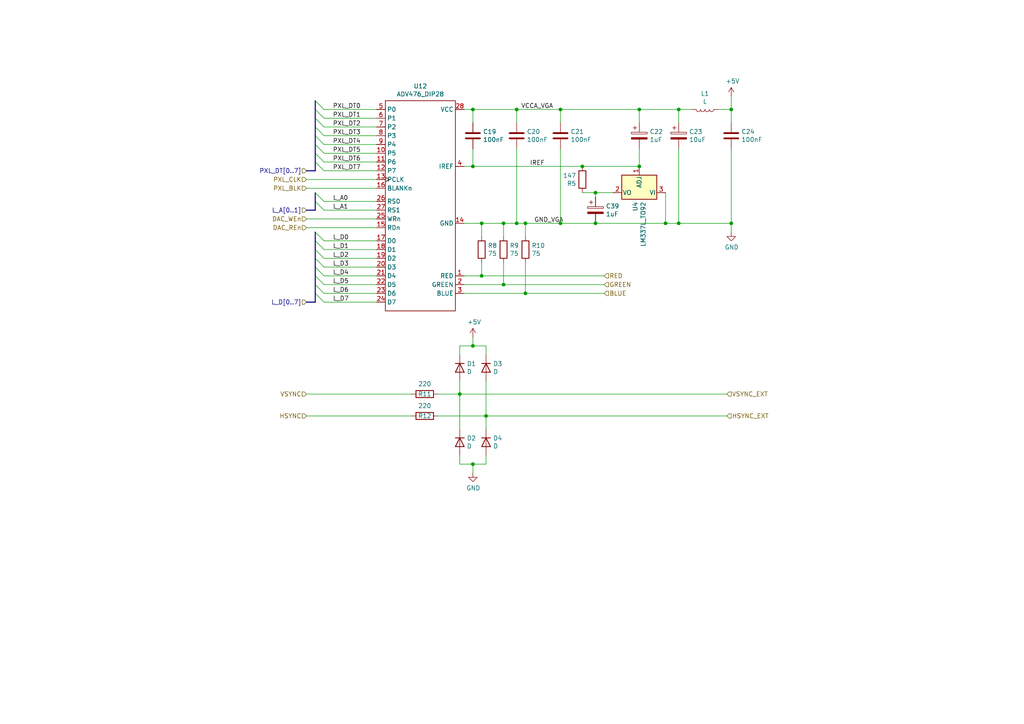
<source format=kicad_sch>
(kicad_sch (version 20211123) (generator eeschema)
  (paper "A4")
  (title_block (title "https://github.com/Lougous/b68k-av"))
  (lib_symbols
    (symbol "Device:C" (pin_numbers hide) (pin_names (offset 0.254))
      (property "Reference" "C" (at 0.635 2.54 0))
      (property "Value" "C" (at 0.635 -2.54 0))
      (symbol "C_0_1"
        (polyline (pts (xy -2.032 -0.762) (xy 2.032 -0.762)) (stroke (width 0.508)))
        (polyline (pts (xy -2.032 0.762) (xy 2.032 0.762)) (stroke (width 0.508)))
      )
      (symbol "C_1_1"
        (pin passive line (at 0 3.81 270) (length 2.794) (name "~") (number "1"))
        (pin passive line (at 0 -3.81 90) (length 2.794) (name "~") (number "2"))
      )
    )
    (symbol "Device:CP" (pin_numbers hide) (pin_names (offset 0.254))
      (property "Reference" "C" (at 0.635 2.54 0))
      (property "Value" "Device_CP" (at 0.635 -2.54 0))
      (symbol "CP_0_1"
        (rectangle (start -2.286 0.508) (end 2.286 1.016))
        (polyline (pts (xy -1.778 2.286) (xy -0.762 2.286)))
        (polyline (pts (xy -1.27 2.794) (xy -1.27 1.778)))
        (rectangle (start 2.286 -0.508) (end -2.286 -1.016) (fill (type outline)))
      )
      (symbol "CP_1_1"
        (pin passive line (at 0 3.81 270) (length 2.794) (name "~") (number "1"))
        (pin passive line (at 0 -3.81 90) (length 2.794) (name "~") (number "2"))
      )
    )
    (symbol "Device:D" (pin_numbers hide) (pin_names (offset 1.016) hide)
      (property "Reference" "D" (at 0 2.54 0))
      (property "Value" "D" (at 0 -2.54 0))
      (symbol "D_0_1"
        (polyline (pts (xy -1.27 1.27) (xy -1.27 -1.27)) (stroke (width 0.254)))
        (polyline (pts (xy 1.27 0) (xy -1.27 0)))
        (polyline (pts (xy 1.27 1.27) (xy 1.27 -1.27) (xy -1.27 0) (xy 1.27 1.27)) (stroke (width 0.254)))
      )
      (symbol "D_1_1"
        (pin passive line (at -3.81 0 0) (length 2.54) (name "K") (number "1"))
        (pin passive line (at 3.81 0 180) (length 2.54) (name "A") (number "2"))
      )
    )
    (symbol "Device:L" (pin_numbers hide) (pin_names (offset 1.016) hide)
      (property "Reference" "L" (at -1.27 0 90))
      (property "Value" "L" (at 1.905 0 90))
      (symbol "L_0_1"
        (arc (start 0 -2.54) (mid 0.635 -1.905) (end 0 -1.27))
        (arc (start 0 -1.27) (mid 0.635 -0.635) (end 0 0))
        (arc (start 0 0) (mid 0.635 0.635) (end 0 1.27))
        (arc (start 0 1.27) (mid 0.635 1.905) (end 0 2.54))
      )
      (symbol "L_1_1"
        (pin passive line (at 0 3.81 270) (length 1.27) (name "1") (number "1"))
        (pin passive line (at 0 -3.81 90) (length 1.27) (name "2") (number "2"))
      )
    )
    (symbol "Device:R" (pin_numbers hide) (pin_names (offset 0))
      (property "Reference" "R" (at 2.032 0 90))
      (property "Value" "R" (at 0 0 90))
      (symbol "R_0_1"
        (rectangle (start -1.016 -2.54) (end 1.016 2.54) (stroke (width 0.254)))
      )
      (symbol "R_1_1"
        (pin passive line (at 0 3.81 270) (length 1.27) (name "~") (number "1"))
        (pin passive line (at 0 -3.81 90) (length 1.27) (name "~") (number "2"))
      )
    )
    (symbol "Regulator_Linear:LM337L_TO92" (pin_names (offset 0.254))
      (property "Reference" "U" (at -3.81 -3.175 0))
      (property "Value" "LM337L_TO92" (at 0 -3.175 0))
      (symbol "LM337L_TO92_0_1"
        (rectangle (start -5.08 5.08) (end 5.08 -1.905) (stroke (width 0.254)) (fill (type background)))
      )
      (symbol "LM337L_TO92_1_1"
        (pin input line (at 0 7.62 270) (length 2.54) (name "ADJ") (number "1"))
        (pin power_out line (at 7.62 0 180) (length 2.54) (name "VO") (number "2"))
        (pin power_in line (at -7.62 0 0) (length 2.54) (name "VI") (number "3"))
      )
    )
    (symbol "adv476:ADV476_DIP28"
      (property "Reference" "U" (at -6.35 -33.02 0))
      (property "Value" "ADV476_DIP28" (at -6.35 -35.56 0))
      (symbol "ADV476_DIP28_0_0"
        (pin power_in line (at 12.7 -5.08 180) (length 2.54) (name "GND") (number "14"))
        (pin power_in line (at 12.7 27.94 180) (length 2.54) (name "VCC") (number "28"))
      )
      (symbol "ADV476_DIP28_0_1"
        (rectangle (start -10.16 30.48) (end 10.16 -30.48) (stroke (width 0.2032)))
      )
      (symbol "ADV476_DIP28_1_1"
        (pin output line (at 12.7 -20.32 180) (length 2.54) (name "RED") (number "1"))
        (pin input line (at -12.7 15.24 0) (length 2.54) (name "P5") (number "10"))
        (pin input line (at -12.7 12.7 0) (length 2.54) (name "P6") (number "11"))
        (pin input line (at -12.7 10.16 0) (length 2.54) (name "P7") (number "12"))
        (pin input clock (at -12.7 7.62 0) (length 2.54) (name "PCLK") (number "13"))
        (pin input line (at -12.7 -6.35 0) (length 2.54) (name "RDn") (number "15"))
        (pin input line (at -12.7 5.08 0) (length 2.54) (name "BLANKn") (number "16"))
        (pin bidirectional line (at -12.7 -10.16 0) (length 2.54) (name "D0") (number "17"))
        (pin bidirectional line (at -12.7 -12.7 0) (length 2.54) (name "D1") (number "18"))
        (pin bidirectional line (at -12.7 -15.24 0) (length 2.54) (name "D2") (number "19"))
        (pin output line (at 12.7 -22.86 180) (length 2.54) (name "GREEN") (number "2"))
        (pin bidirectional line (at -12.7 -17.78 0) (length 2.54) (name "D3") (number "20"))
        (pin bidirectional line (at -12.7 -20.32 0) (length 2.54) (name "D4") (number "21"))
        (pin bidirectional line (at -12.7 -22.86 0) (length 2.54) (name "D5") (number "22"))
        (pin bidirectional line (at -12.7 -25.4 0) (length 2.54) (name "D6") (number "23"))
        (pin bidirectional line (at -12.7 -27.94 0) (length 2.54) (name "D7") (number "24"))
        (pin input line (at -12.7 -3.81 0) (length 2.54) (name "WRn") (number "25"))
        (pin input line (at -12.7 1.27 0) (length 2.54) (name "RS0") (number "26"))
        (pin input line (at -12.7 -1.27 0) (length 2.54) (name "RS1") (number "27"))
        (pin output line (at 12.7 -25.4 180) (length 2.54) (name "BLUE") (number "3"))
        (pin input line (at 12.7 11.43 180) (length 2.54) (name "IREF") (number "4"))
        (pin input line (at -12.7 27.94 0) (length 2.54) (name "P0") (number "5"))
        (pin input line (at -12.7 25.4 0) (length 2.54) (name "P1") (number "6"))
        (pin input line (at -12.7 22.86 0) (length 2.54) (name "P2") (number "7"))
        (pin input line (at -12.7 20.32 0) (length 2.54) (name "P3") (number "8"))
        (pin input line (at -12.7 17.78 0) (length 2.54) (name "P4") (number "9"))
      )
    )
    (symbol "power:+5V" (power) (pin_names (offset 0))
      (property "Value" "+5V" (at 0 3.556 0))
      (symbol "+5V_0_1"
        (polyline (pts (xy -0.762 1.27) (xy 0 2.54)))
        (polyline (pts (xy 0 0) (xy 0 2.54)))
        (polyline (pts (xy 0 2.54) (xy 0.762 1.27)))
      )
      (symbol "+5V_1_1"
        (pin power_in line (at 0 0 90) (length 0) hide (name "+5V") (number "1"))
      )
    )
    (symbol "power:GND" (power) (pin_names (offset 0))
      (property "Value" "GND" (at 0 -3.81 0))
      (symbol "GND_0_1"
        (polyline (pts (xy 0 0) (xy 0 -1.27) (xy 1.27 -1.27) (xy 0 -2.54) (xy -1.27 -1.27) (xy 0 -1.27)))
      )
      (symbol "GND_1_1"
        (pin power_in line (at 0 0 270) (length 0) hide (name "GND") (number "1"))
      )
    )
  )
  (junction (at 196.85 64.77))
  (junction (at 139.7 80.01))
  (junction (at 149.86 64.77))
  (junction (at 172.72 64.77))
  (junction (at 137.16 134.62))
  (junction (at 185.42 48.26))
  (junction (at 137.16 31.75))
  (junction (at 146.05 64.77))
  (junction (at 139.7 64.77))
  (junction (at 146.05 82.55))
  (junction (at 152.4 85.09))
  (junction (at 172.72 55.88))
  (junction (at 133.35 114.3))
  (junction (at 162.56 31.75))
  (junction (at 212.09 31.75))
  (junction (at 137.16 48.26))
  (junction (at 149.86 31.75))
  (junction (at 196.85 31.75))
  (junction (at 185.42 31.75))
  (junction (at 137.16 100.33))
  (junction (at 193.04 64.77))
  (junction (at 140.97 120.65))
  (junction (at 162.56 64.77))
  (junction (at 152.4 64.77))
  (junction (at 212.09 64.77))
  (junction (at 168.91 48.26))
  (bus_entry (at 91.44 77.47) (size 2.54 2.54))
  (bus_entry (at 91.44 41.91) (size 2.54 2.54))
  (bus_entry (at 91.44 85.09) (size 2.54 2.54))
  (bus_entry (at 91.44 80.01) (size 2.54 2.54))
  (bus_entry (at 91.44 31.75) (size 2.54 2.54))
  (bus_entry (at 91.44 58.42) (size 2.54 2.54))
  (bus_entry (at 91.44 74.93) (size 2.54 2.54))
  (bus_entry (at 91.44 46.99) (size 2.54 2.54))
  (bus_entry (at 91.44 67.31) (size 2.54 2.54))
  (bus_entry (at 91.44 72.39) (size 2.54 2.54))
  (bus_entry (at 91.44 34.29) (size 2.54 2.54))
  (bus_entry (at 91.44 36.83) (size 2.54 2.54))
  (bus_entry (at 91.44 82.55) (size 2.54 2.54))
  (bus_entry (at 91.44 44.45) (size 2.54 2.54))
  (bus_entry (at 91.44 69.85) (size 2.54 2.54))
  (bus_entry (at 91.44 55.88) (size 2.54 2.54))
  (bus_entry (at 91.44 29.21) (size 2.54 2.54))
  (bus_entry (at 91.44 39.37) (size 2.54 2.54))
  (wire (pts (xy 134.62 64.77) (xy 139.7 64.77)))
  (wire (pts (xy 133.35 114.3) (xy 133.35 110.49)))
  (wire (pts (xy 133.35 100.33) (xy 137.16 100.33)))
  (wire (pts (xy 133.35 134.62) (xy 137.16 134.62)))
  (wire (pts (xy 93.98 34.29) (xy 109.22 34.29)))
  (wire (pts (xy 193.04 64.77) (xy 196.85 64.77)))
  (bus (pts (xy 91.44 72.39) (xy 91.44 74.93)))
  (wire (pts (xy 162.56 35.56) (xy 162.56 31.75)))
  (wire (pts (xy 146.05 82.55) (xy 175.26 82.55)))
  (wire (pts (xy 140.97 120.65) (xy 210.82 120.65)))
  (wire (pts (xy 139.7 64.77) (xy 146.05 64.77)))
  (wire (pts (xy 146.05 82.55) (xy 146.05 76.2)))
  (bus (pts (xy 91.44 82.55) (xy 91.44 85.09)))
  (bus (pts (xy 91.44 55.88) (xy 91.44 58.42)))
  (wire (pts (xy 196.85 43.18) (xy 196.85 64.77)))
  (wire (pts (xy 88.9 66.04) (xy 109.22 66.04)))
  (wire (pts (xy 140.97 120.65) (xy 140.97 124.46)))
  (wire (pts (xy 93.98 58.42) (xy 109.22 58.42)))
  (bus (pts (xy 91.44 34.29) (xy 91.44 36.83)))
  (wire (pts (xy 137.16 100.33) (xy 140.97 100.33)))
  (wire (pts (xy 134.62 48.26) (xy 137.16 48.26)))
  (bus (pts (xy 91.44 31.75) (xy 91.44 34.29)))
  (bus (pts (xy 91.44 87.63) (xy 88.9 87.63)))
  (wire (pts (xy 185.42 35.56) (xy 185.42 31.75)))
  (wire (pts (xy 162.56 64.77) (xy 152.4 64.77)))
  (wire (pts (xy 139.7 68.58) (xy 139.7 64.77)))
  (wire (pts (xy 212.09 27.94) (xy 212.09 31.75)))
  (wire (pts (xy 172.72 55.88) (xy 177.8 55.88)))
  (wire (pts (xy 146.05 68.58) (xy 146.05 64.77)))
  (wire (pts (xy 88.9 114.3) (xy 119.38 114.3)))
  (bus (pts (xy 91.44 85.09) (xy 91.44 87.63)))
  (wire (pts (xy 93.98 60.96) (xy 109.22 60.96)))
  (wire (pts (xy 93.98 49.53) (xy 109.22 49.53)))
  (wire (pts (xy 196.85 31.75) (xy 200.66 31.75)))
  (bus (pts (xy 91.44 67.31) (xy 91.44 69.85)))
  (bus (pts (xy 91.44 80.01) (xy 91.44 82.55)))
  (wire (pts (xy 133.35 132.08) (xy 133.35 134.62)))
  (wire (pts (xy 134.62 85.09) (xy 152.4 85.09)))
  (wire (pts (xy 196.85 64.77) (xy 212.09 64.77)))
  (wire (pts (xy 152.4 85.09) (xy 175.26 85.09)))
  (wire (pts (xy 93.98 80.01) (xy 109.22 80.01)))
  (bus (pts (xy 91.44 44.45) (xy 91.44 46.99)))
  (wire (pts (xy 152.4 85.09) (xy 152.4 76.2)))
  (wire (pts (xy 93.98 85.09) (xy 109.22 85.09)))
  (wire (pts (xy 162.56 64.77) (xy 172.72 64.77)))
  (wire (pts (xy 88.9 63.5) (xy 109.22 63.5)))
  (wire (pts (xy 133.35 114.3) (xy 133.35 124.46)))
  (wire (pts (xy 139.7 80.01) (xy 139.7 76.2)))
  (wire (pts (xy 212.09 43.18) (xy 212.09 64.77)))
  (wire (pts (xy 134.62 80.01) (xy 139.7 80.01)))
  (wire (pts (xy 127 114.3) (xy 133.35 114.3)))
  (wire (pts (xy 137.16 35.56) (xy 137.16 31.75)))
  (bus (pts (xy 91.44 49.53) (xy 88.9 49.53)))
  (bus (pts (xy 91.44 36.83) (xy 91.44 39.37)))
  (bus (pts (xy 91.44 41.91) (xy 91.44 44.45)))
  (wire (pts (xy 93.98 74.93) (xy 109.22 74.93)))
  (wire (pts (xy 149.86 43.18) (xy 149.86 64.77)))
  (wire (pts (xy 172.72 57.15) (xy 172.72 55.88)))
  (wire (pts (xy 212.09 31.75) (xy 208.28 31.75)))
  (wire (pts (xy 140.97 100.33) (xy 140.97 102.87)))
  (wire (pts (xy 93.98 41.91) (xy 109.22 41.91)))
  (bus (pts (xy 91.44 29.21) (xy 91.44 31.75)))
  (wire (pts (xy 93.98 72.39) (xy 109.22 72.39)))
  (wire (pts (xy 93.98 77.47) (xy 109.22 77.47)))
  (wire (pts (xy 149.86 64.77) (xy 146.05 64.77)))
  (wire (pts (xy 149.86 31.75) (xy 162.56 31.75)))
  (wire (pts (xy 134.62 82.55) (xy 146.05 82.55)))
  (wire (pts (xy 93.98 87.63) (xy 109.22 87.63)))
  (wire (pts (xy 93.98 46.99) (xy 109.22 46.99)))
  (wire (pts (xy 137.16 134.62) (xy 137.16 137.16)))
  (wire (pts (xy 133.35 102.87) (xy 133.35 100.33)))
  (wire (pts (xy 149.86 64.77) (xy 152.4 64.77)))
  (wire (pts (xy 212.09 31.75) (xy 212.09 35.56)))
  (wire (pts (xy 212.09 64.77) (xy 212.09 67.31)))
  (bus (pts (xy 88.9 60.96) (xy 91.44 60.96)))
  (bus (pts (xy 91.44 77.47) (xy 91.44 80.01)))
  (wire (pts (xy 93.98 82.55) (xy 109.22 82.55)))
  (bus (pts (xy 91.44 46.99) (xy 91.44 49.53)))
  (wire (pts (xy 137.16 134.62) (xy 140.97 134.62)))
  (wire (pts (xy 134.62 31.75) (xy 137.16 31.75)))
  (wire (pts (xy 139.7 80.01) (xy 175.26 80.01)))
  (bus (pts (xy 91.44 39.37) (xy 91.44 41.91)))
  (wire (pts (xy 140.97 134.62) (xy 140.97 132.08)))
  (wire (pts (xy 88.9 54.61) (xy 109.22 54.61)))
  (wire (pts (xy 162.56 31.75) (xy 185.42 31.75)))
  (wire (pts (xy 149.86 35.56) (xy 149.86 31.75)))
  (wire (pts (xy 185.42 48.26) (xy 185.42 43.18)))
  (wire (pts (xy 133.35 114.3) (xy 210.82 114.3)))
  (wire (pts (xy 162.56 43.18) (xy 162.56 64.77)))
  (wire (pts (xy 88.9 120.65) (xy 119.38 120.65)))
  (wire (pts (xy 168.91 55.88) (xy 172.72 55.88)))
  (wire (pts (xy 93.98 31.75) (xy 109.22 31.75)))
  (wire (pts (xy 185.42 31.75) (xy 196.85 31.75)))
  (wire (pts (xy 193.04 55.88) (xy 193.04 64.77)))
  (wire (pts (xy 152.4 68.58) (xy 152.4 64.77)))
  (bus (pts (xy 91.44 58.42) (xy 91.44 60.96)))
  (wire (pts (xy 168.91 48.26) (xy 185.42 48.26)))
  (wire (pts (xy 93.98 44.45) (xy 109.22 44.45)))
  (wire (pts (xy 93.98 39.37) (xy 109.22 39.37)))
  (wire (pts (xy 137.16 48.26) (xy 137.16 43.18)))
  (wire (pts (xy 172.72 64.77) (xy 193.04 64.77)))
  (wire (pts (xy 88.9 52.07) (xy 109.22 52.07)))
  (wire (pts (xy 93.98 69.85) (xy 109.22 69.85)))
  (wire (pts (xy 127 120.65) (xy 140.97 120.65)))
  (bus (pts (xy 91.44 74.93) (xy 91.44 77.47)))
  (wire (pts (xy 137.16 48.26) (xy 168.91 48.26)))
  (wire (pts (xy 140.97 120.65) (xy 140.97 110.49)))
  (wire (pts (xy 137.16 31.75) (xy 149.86 31.75)))
  (bus (pts (xy 91.44 69.85) (xy 91.44 72.39)))
  (wire (pts (xy 196.85 35.56) (xy 196.85 31.75)))
  (wire (pts (xy 93.98 36.83) (xy 109.22 36.83)))
  (wire (pts (xy 137.16 100.33) (xy 137.16 97.79)))
  (label "PXL_DT2" (at 96.52 36.83 0))
  (label "GND_VGA" (at 154.94 64.77 0))
  (label "L_D6" (at 96.52 85.09 0))
  (label "L_D0" (at 96.52 69.85 0))
  (label "L_D4" (at 96.52 80.01 0))
  (label "PXL_DT5" (at 96.52 44.45 0))
  (label "VCCA_VGA" (at 151.13 31.75 0))
  (label "PXL_DT1" (at 96.52 34.29 0))
  (label "L_D3" (at 96.52 77.47 0))
  (label "IREF" (at 153.67 48.26 0))
  (label "PXL_DT4" (at 96.52 41.91 0))
  (label "L_D2" (at 96.52 74.93 0))
  (label "PXL_DT7" (at 96.52 49.53 0))
  (label "PXL_DT3" (at 96.52 39.37 0))
  (label "L_A1" (at 96.52 60.96 0))
  (label "L_D1" (at 96.52 72.39 0))
  (label "PXL_DT0" (at 96.52 31.75 0))
  (label "L_D7" (at 96.52 87.63 0))
  (label "L_D5" (at 96.52 82.55 0))
  (label "L_A0" (at 96.52 58.42 0))
  (label "PXL_DT6" (at 96.52 46.99 0))
  (hierarchical_label "VSYNC" (shape input) (at 88.9 114.3 180))
  (hierarchical_label "RED" (shape input) (at 175.26 80.01 0))
  (hierarchical_label "DAC_REn" (shape input) (at 88.9 66.04 180))
  (hierarchical_label "L_D[0..7]" (shape input) (at 88.9 87.63 180))
  (hierarchical_label "VSYNC_EXT" (shape input) (at 210.82 114.3 0))
  (hierarchical_label "L_A[0..1]" (shape input) (at 88.9 60.96 180))
  (hierarchical_label "PXL_DT[0..7]" (shape input) (at 88.9 49.53 180))
  (hierarchical_label "HSYNC_EXT" (shape input) (at 210.82 120.65 0))
  (hierarchical_label "PXL_BLK" (shape input) (at 88.9 54.61 180))
  (hierarchical_label "BLUE" (shape input) (at 175.26 85.09 0))
  (hierarchical_label "PXL_CLK" (shape input) (at 88.9 52.07 180))
  (hierarchical_label "HSYNC" (shape input) (at 88.9 120.65 180))
  (hierarchical_label "DAC_WEn" (shape input) (at 88.9 63.5 180))
  (hierarchical_label "GREEN" (shape input) (at 175.26 82.55 0))
  (symbol (lib_id "Regulator_Linear:LM337L_TO92") (at 185.42 55.88 0) (mirror y) (unit 1)
    (property "Reference" "U4" (at 184.2516 58.547 90) (effects (justify right)))
    (property "Value" "LM337L_TO92" (at 186.563 58.547 90) (effects (justify right)))
    (property "Footprint" "TO_SOT_Packages_THT:TO-92_Inline_Narrow_Oval" (effects hide))
    (property "Datasheet" "http://www.ti.com/lit/ds/symlink/lm337l.pdf" (effects hide))
  )
  (symbol (lib_id "Device:CP") (at 172.72 60.96 0) (unit 1)
    (property "Reference" "C39" (at 175.7172 59.7916 0) (effects (justify left)))
    (property "Value" "1uF" (at 175.7172 62.103 0) (effects (justify left)))
    (property "Footprint" "Capacitor_THT:CP_Radial_Tantal_D4.5mm_P5.00mm" (effects hide))
  )
  (symbol (lib_id "Device:R") (at 168.91 52.07 180) (unit 1)
    (property "Reference" "R5" (at 167.132 53.2384 0) (effects (justify left)))
    (property "Value" "147" (at 167.132 50.927 0) (effects (justify left)))
    (property "Footprint" "Resistor_THT:R_Axial_DIN0204_L3.6mm_D1.6mm_P2.54mm_Vertical" (effects hide))
  )
  (symbol (lib_id "Device:R") (at 139.7 72.39 0) (unit 1)
    (property "Reference" "R8" (at 141.478 71.2216 0) (effects (justify left)))
    (property "Value" "75" (at 141.478 73.533 0) (effects (justify left)))
    (property "Footprint" "Resistor_THT:R_Axial_DIN0204_L3.6mm_D1.6mm_P7.62mm_Horizontal" (effects hide))
  )
  (symbol (lib_id "Device:R") (at 146.05 72.39 0) (unit 1)
    (property "Reference" "R9" (at 147.828 71.2216 0) (effects (justify left)))
    (property "Value" "75" (at 147.828 73.533 0) (effects (justify left)))
    (property "Footprint" "Resistor_THT:R_Axial_DIN0204_L3.6mm_D1.6mm_P7.62mm_Horizontal" (effects hide))
  )
  (symbol (lib_id "Device:R") (at 152.4 72.39 0) (unit 1)
    (property "Reference" "R10" (at 154.178 71.2216 0) (effects (justify left)))
    (property "Value" "75" (at 154.178 73.533 0) (effects (justify left)))
    (property "Footprint" "Resistor_THT:R_Axial_DIN0204_L3.6mm_D1.6mm_P7.62mm_Horizontal" (effects hide))
  )
  (symbol (lib_id "Device:C") (at 212.09 39.37 0) (unit 1)
    (property "Reference" "C24" (at 215.011 38.2016 0) (effects (justify left)))
    (property "Value" "100nF" (at 215.011 40.513 0) (effects (justify left)))
    (property "Footprint" "Capacitor_THT:C_Disc_D4.3mm_W1.9mm_P5.00mm" (effects hide))
  )
  (symbol (lib_id "Device:C") (at 137.16 39.37 0) (unit 1)
    (property "Reference" "C19" (at 140.081 38.2016 0) (effects (justify left)))
    (property "Value" "100nF" (at 140.081 40.513 0) (effects (justify left)))
    (property "Footprint" "Capacitor_THT:C_Disc_D4.3mm_W1.9mm_P5.00mm" (effects hide))
  )
  (symbol (lib_id "Device:C") (at 149.86 39.37 0) (unit 1)
    (property "Reference" "C20" (at 152.781 38.2016 0) (effects (justify left)))
    (property "Value" "100nF" (at 152.781 40.513 0) (effects (justify left)))
    (property "Footprint" "Capacitor_THT:C_Disc_D4.3mm_W1.9mm_P5.00mm" (effects hide))
  )
  (symbol (lib_id "Device:C") (at 162.56 39.37 0) (unit 1)
    (property "Reference" "C21" (at 165.481 38.2016 0) (effects (justify left)))
    (property "Value" "100nF" (at 165.481 40.513 0) (effects (justify left)))
    (property "Footprint" "Capacitor_THT:C_Disc_D4.3mm_W1.9mm_P5.00mm" (effects hide))
  )
  (symbol (lib_id "Device:CP") (at 185.42 39.37 0) (unit 1)
    (property "Reference" "C22" (at 188.4172 38.2016 0) (effects (justify left)))
    (property "Value" "1uF" (at 188.4172 40.513 0) (effects (justify left)))
    (property "Footprint" "Capacitor_THT:CP_Radial_Tantal_D4.5mm_P5.00mm" (effects hide))
  )
  (symbol (lib_id "Device:CP") (at 196.85 39.37 0) (unit 1)
    (property "Reference" "C23" (at 199.8472 38.2016 0) (effects (justify left)))
    (property "Value" "10uF" (at 199.8472 40.513 0) (effects (justify left)))
    (property "Footprint" "Capacitor_THT:CP_Radial_Tantal_D4.5mm_P5.00mm" (effects hide))
  )
  (symbol (lib_id "Device:L") (at 204.47 31.75 270) (unit 1)
    (property "Reference" "L1" (at 204.47 27.1526 90))
    (property "Value" "L" (at 204.47 29.464 90))
    (property "Footprint" "Inductor_THT:L_Axial_L5.3mm_D2.2mm_P2.54mm_Vertical_Vishay_IM-1" (effects hide))
  )
  (symbol (lib_id "adv476:ADV476_DIP28") (at 121.92 59.69 0) (unit 1)
    (property "Reference" "U12" (at 121.92 24.9936 0))
    (property "Value" "ADV476_DIP28" (at 121.92 27.305 0))
    (property "Footprint" "Package_DIP:DIP-28_W15.24mm_Socket" (effects hide))
    (property "Datasheet" "http://www.futurlec.com/Datasheet/Memory/628128.pdf" (effects hide))
  )
  (symbol (lib_id "power:+5V") (at 212.09 27.94 0) (unit 1)
    (property "Reference" "#PWR0175" (effects hide))
    (property "Value" "+5V" (at 212.471 23.5458 0))
  )
  (symbol (lib_id "power:GND") (at 212.09 67.31 0) (unit 1)
    (property "Reference" "#PWR0176" (effects hide))
    (property "Value" "GND" (at 212.217 71.7042 0))
  )
  (symbol (lib_id "Device:R") (at 123.19 114.3 270) (unit 1)
    (property "Reference" "R11" (at 123.19 114.3 90))
    (property "Value" "220" (at 123.19 111.3536 90))
    (property "Footprint" "Resistor_THT:R_Axial_DIN0204_L3.6mm_D1.6mm_P7.62mm_Horizontal" (effects hide))
  )
  (symbol (lib_id "Device:R") (at 123.19 120.65 270) (unit 1)
    (property "Reference" "R12" (at 123.19 120.65 90))
    (property "Value" "220" (at 123.19 117.7036 90))
    (property "Footprint" "Resistor_THT:R_Axial_DIN0204_L3.6mm_D1.6mm_P7.62mm_Horizontal" (effects hide))
  )
  (symbol (lib_id "Device:D") (at 133.35 106.68 270) (unit 1)
    (property "Reference" "D1" (at 135.382 105.5116 90) (effects (justify left)))
    (property "Value" "D" (at 135.382 107.823 90) (effects (justify left)))
    (property "Footprint" "Diode_THT:D_DO-34_SOD68_P7.62mm_Horizontal" (effects hide))
  )
  (symbol (lib_id "Device:D") (at 140.97 106.68 270) (unit 1)
    (property "Reference" "D3" (at 143.002 105.5116 90) (effects (justify left)))
    (property "Value" "D" (at 143.002 107.823 90) (effects (justify left)))
    (property "Footprint" "Diode_THT:D_DO-34_SOD68_P7.62mm_Horizontal" (effects hide))
  )
  (symbol (lib_id "Device:D") (at 133.35 128.27 270) (unit 1)
    (property "Reference" "D2" (at 135.382 127.1016 90) (effects (justify left)))
    (property "Value" "D" (at 135.382 129.413 90) (effects (justify left)))
    (property "Footprint" "Diode_THT:D_DO-34_SOD68_P7.62mm_Horizontal" (effects hide))
  )
  (symbol (lib_id "Device:D") (at 140.97 128.27 270) (unit 1)
    (property "Reference" "D4" (at 143.002 127.1016 90) (effects (justify left)))
    (property "Value" "D" (at 143.002 129.413 90) (effects (justify left)))
    (property "Footprint" "Diode_THT:D_DO-34_SOD68_P7.62mm_Horizontal" (effects hide))
  )
  (symbol (lib_id "power:GND") (at 137.16 137.16 0) (unit 1)
    (property "Reference" "#PWR0104" (effects hide))
    (property "Value" "GND" (at 137.287 141.5542 0))
  )
  (symbol (lib_id "power:+5V") (at 137.16 97.79 0) (unit 1)
    (property "Reference" "#PWR0105" (effects hide))
    (property "Value" "+5V" (at 137.541 93.3958 0))
  )
)
</source>
